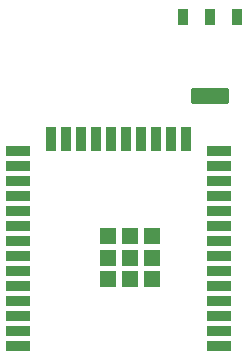
<source format=gbr>
G04*
G04 #@! TF.GenerationSoftware,Altium Limited,Altium Designer,25.0.2 (28)*
G04*
G04 Layer_Color=8421504*
%FSLAX44Y44*%
%MOMM*%
G71*
G04*
G04 #@! TF.SameCoordinates,D42C59B9-CDD2-46E9-AE24-7A473A00D307*
G04*
G04*
G04 #@! TF.FilePolarity,Positive*
G04*
G01*
G75*
%ADD17R,2.0000X0.9000*%
%ADD18R,0.9000X2.0000*%
%ADD19R,1.3300X1.3300*%
G04:AMPARAMS|DCode=20|XSize=1.31mm|YSize=0.93mm|CornerRadius=0.0698mm|HoleSize=0mm|Usage=FLASHONLY|Rotation=270.000|XOffset=0mm|YOffset=0mm|HoleType=Round|Shape=RoundedRectangle|*
%AMROUNDEDRECTD20*
21,1,1.3100,0.7905,0,0,270.0*
21,1,1.1705,0.9300,0,0,270.0*
1,1,0.1395,-0.3953,-0.5853*
1,1,0.1395,-0.3953,0.5853*
1,1,0.1395,0.3953,0.5853*
1,1,0.1395,0.3953,-0.5853*
%
%ADD20ROUNDEDRECTD20*%
G04:AMPARAMS|DCode=21|XSize=1.31mm|YSize=3.24mm|CornerRadius=0.0983mm|HoleSize=0mm|Usage=FLASHONLY|Rotation=270.000|XOffset=0mm|YOffset=0mm|HoleType=Round|Shape=RoundedRectangle|*
%AMROUNDEDRECTD21*
21,1,1.3100,3.0435,0,0,270.0*
21,1,1.1135,3.2400,0,0,270.0*
1,1,0.1965,-1.5218,-0.5568*
1,1,0.1965,-1.5218,0.5568*
1,1,0.1965,1.5218,0.5568*
1,1,0.1965,1.5218,-0.5568*
%
%ADD21ROUNDEDRECTD21*%
D17*
X958350Y483800D02*
D03*
Y496500D02*
D03*
Y509200D02*
D03*
Y521900D02*
D03*
Y534600D02*
D03*
Y547300D02*
D03*
Y560000D02*
D03*
Y572700D02*
D03*
Y585400D02*
D03*
Y598100D02*
D03*
Y610800D02*
D03*
Y623500D02*
D03*
Y636200D02*
D03*
Y648900D02*
D03*
X788350D02*
D03*
Y636200D02*
D03*
Y623500D02*
D03*
Y610800D02*
D03*
Y598100D02*
D03*
Y585400D02*
D03*
Y572700D02*
D03*
Y560000D02*
D03*
Y547300D02*
D03*
Y534600D02*
D03*
Y521900D02*
D03*
Y509200D02*
D03*
Y496500D02*
D03*
Y483800D02*
D03*
D18*
X930500Y658900D02*
D03*
X917800D02*
D03*
X905100D02*
D03*
X892400D02*
D03*
X879700D02*
D03*
X867000D02*
D03*
X854300D02*
D03*
X841600D02*
D03*
X828900D02*
D03*
X816200D02*
D03*
D19*
X901700Y540450D02*
D03*
X883350D02*
D03*
X865000D02*
D03*
X901700Y558800D02*
D03*
X883350D02*
D03*
X865000D02*
D03*
X901700Y577150D02*
D03*
X883350D02*
D03*
X865000D02*
D03*
D20*
X974130Y762430D02*
D03*
X951230D02*
D03*
X928330D02*
D03*
D21*
X951230Y695530D02*
D03*
M02*

</source>
